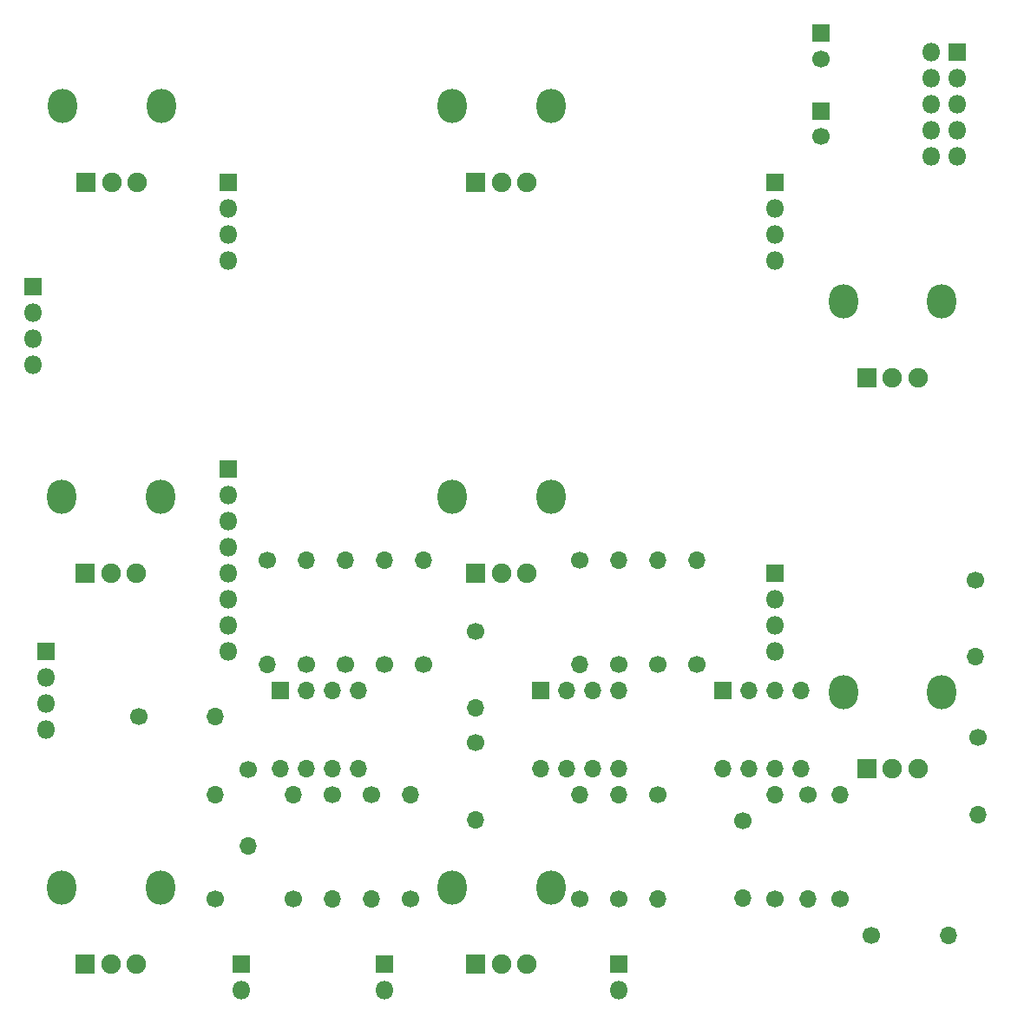
<source format=gbr>
G04 #@! TF.GenerationSoftware,KiCad,Pcbnew,5.1.6-c6e7f7d~86~ubuntu18.04.1*
G04 #@! TF.CreationDate,2020-06-20T09:53:32-04:00*
G04 #@! TF.ProjectId,filter_carrier_board,66696c74-6572-45f6-9361-72726965725f,rev?*
G04 #@! TF.SameCoordinates,Original*
G04 #@! TF.FileFunction,Soldermask,Top*
G04 #@! TF.FilePolarity,Negative*
%FSLAX46Y46*%
G04 Gerber Fmt 4.6, Leading zero omitted, Abs format (unit mm)*
G04 Created by KiCad (PCBNEW 5.1.6-c6e7f7d~86~ubuntu18.04.1) date 2020-06-20 09:53:32*
%MOMM*%
%LPD*%
G01*
G04 APERTURE LIST*
%ADD10O,1.700000X1.700000*%
%ADD11R,1.700000X1.700000*%
%ADD12C,1.700000*%
%ADD13O,2.820000X3.340000*%
%ADD14C,1.900000*%
%ADD15R,1.900000X1.900000*%
%ADD16O,1.800000X1.800000*%
%ADD17R,1.800000X1.800000*%
G04 APERTURE END LIST*
D10*
X172720000Y-125730000D03*
X180340000Y-118110000D03*
X175260000Y-125730000D03*
X177800000Y-118110000D03*
X177800000Y-125730000D03*
X175260000Y-118110000D03*
X180340000Y-125730000D03*
D11*
X172720000Y-118110000D03*
D10*
X177800000Y-128270000D03*
D12*
X177800000Y-138430000D03*
D10*
X180975000Y-138430000D03*
D12*
X180975000Y-128270000D03*
D10*
X197358000Y-114808000D03*
D12*
X197358000Y-107308000D03*
D10*
X197612000Y-130182000D03*
D12*
X197612000Y-122682000D03*
D10*
X174625000Y-138310000D03*
D12*
X174625000Y-130810000D03*
D10*
X194698000Y-141986000D03*
D12*
X187198000Y-141986000D03*
D10*
X129540000Y-125730000D03*
X137160000Y-118110000D03*
X132080000Y-125730000D03*
X134620000Y-118110000D03*
X134620000Y-125730000D03*
X132080000Y-118110000D03*
X137160000Y-125730000D03*
D11*
X129540000Y-118110000D03*
D10*
X154940000Y-125730000D03*
X162560000Y-118110000D03*
X157480000Y-125730000D03*
X160020000Y-118110000D03*
X160020000Y-125730000D03*
X157480000Y-118110000D03*
X162560000Y-125730000D03*
D11*
X154940000Y-118110000D03*
D13*
X184430000Y-118230000D03*
X194030000Y-118230000D03*
D14*
X191730000Y-125730000D03*
X189230000Y-125730000D03*
D15*
X186730000Y-125730000D03*
D13*
X146290000Y-137280000D03*
X155890000Y-137280000D03*
D14*
X153590000Y-144780000D03*
X151090000Y-144780000D03*
D15*
X148590000Y-144780000D03*
D13*
X146290000Y-99180000D03*
X155890000Y-99180000D03*
D14*
X153590000Y-106680000D03*
X151090000Y-106680000D03*
D15*
X148590000Y-106680000D03*
D13*
X146290000Y-61080000D03*
X155890000Y-61080000D03*
D14*
X153590000Y-68580000D03*
X151090000Y-68580000D03*
D15*
X148590000Y-68580000D03*
D13*
X184430000Y-80130000D03*
X194030000Y-80130000D03*
D14*
X191730000Y-87630000D03*
X189230000Y-87630000D03*
D15*
X186730000Y-87630000D03*
D13*
X108190000Y-137280000D03*
X117790000Y-137280000D03*
D14*
X115490000Y-144780000D03*
X112990000Y-144780000D03*
D15*
X110490000Y-144780000D03*
D13*
X108190000Y-99180000D03*
X117790000Y-99180000D03*
D14*
X115490000Y-106680000D03*
X112990000Y-106680000D03*
D15*
X110490000Y-106680000D03*
D13*
X108270000Y-61080000D03*
X117870000Y-61080000D03*
D14*
X115570000Y-68580000D03*
X113070000Y-68580000D03*
D15*
X110570000Y-68580000D03*
D10*
X184150000Y-128270000D03*
D12*
X184150000Y-138430000D03*
D10*
X123190000Y-128270000D03*
D12*
X123190000Y-138430000D03*
D10*
X158750000Y-128270000D03*
D12*
X158750000Y-138430000D03*
D10*
X162560000Y-128270000D03*
D12*
X162560000Y-138430000D03*
D10*
X130810000Y-128270000D03*
D12*
X130810000Y-138430000D03*
D10*
X142240000Y-128270000D03*
D12*
X142240000Y-138430000D03*
D10*
X166370000Y-138430000D03*
D12*
X166370000Y-128270000D03*
D10*
X134620000Y-138430000D03*
D12*
X134620000Y-128270000D03*
D10*
X138430000Y-138430000D03*
D12*
X138430000Y-128270000D03*
D10*
X128270000Y-115570000D03*
D12*
X128270000Y-105410000D03*
D10*
X158750000Y-115570000D03*
D12*
X158750000Y-105410000D03*
D10*
X143510000Y-105410000D03*
D12*
X143510000Y-115570000D03*
D10*
X139700000Y-105410000D03*
D12*
X139700000Y-115570000D03*
D10*
X135890000Y-105410000D03*
D12*
X135890000Y-115570000D03*
D10*
X132080000Y-105410000D03*
D12*
X132080000Y-115570000D03*
D10*
X170180000Y-105410000D03*
D12*
X170180000Y-115570000D03*
D10*
X166370000Y-105410000D03*
D12*
X166370000Y-115570000D03*
D10*
X162560000Y-105410000D03*
D12*
X162560000Y-115570000D03*
D16*
X193040000Y-66040000D03*
X195580000Y-66040000D03*
X193040000Y-63500000D03*
X195580000Y-63500000D03*
X193040000Y-60960000D03*
X195580000Y-60960000D03*
X193040000Y-58420000D03*
X195580000Y-58420000D03*
X193040000Y-55880000D03*
D17*
X195580000Y-55880000D03*
D16*
X125730000Y-147320000D03*
D17*
X125730000Y-144780000D03*
D16*
X124460000Y-114300000D03*
X124460000Y-111760000D03*
X124460000Y-109220000D03*
X124460000Y-106680000D03*
X124460000Y-104140000D03*
X124460000Y-101600000D03*
X124460000Y-99060000D03*
D17*
X124460000Y-96520000D03*
D16*
X124460000Y-76200000D03*
X124460000Y-73660000D03*
X124460000Y-71120000D03*
D17*
X124460000Y-68580000D03*
D16*
X162560000Y-147320000D03*
D17*
X162560000Y-144780000D03*
D16*
X177800000Y-114300000D03*
X177800000Y-111760000D03*
X177800000Y-109220000D03*
D17*
X177800000Y-106680000D03*
D16*
X177800000Y-76200000D03*
X177800000Y-73660000D03*
X177800000Y-71120000D03*
D17*
X177800000Y-68580000D03*
D16*
X139700000Y-147320000D03*
D17*
X139700000Y-144780000D03*
D16*
X105410000Y-86360000D03*
X105410000Y-83820000D03*
X105410000Y-81280000D03*
D17*
X105410000Y-78740000D03*
D16*
X106680000Y-121920000D03*
X106680000Y-119380000D03*
X106680000Y-116840000D03*
D17*
X106680000Y-114300000D03*
D10*
X123190000Y-120650000D03*
D12*
X115690000Y-120650000D03*
D10*
X126359920Y-133255400D03*
D12*
X126359920Y-125755400D03*
D10*
X148590000Y-119786400D03*
D12*
X148590000Y-112286400D03*
D10*
X148590000Y-130690000D03*
D12*
X148590000Y-123190000D03*
X182245000Y-64095000D03*
D11*
X182245000Y-61595000D03*
D12*
X182245000Y-56515000D03*
D11*
X182245000Y-54015000D03*
M02*

</source>
